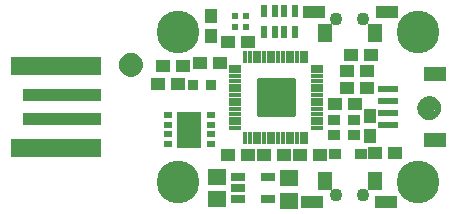
<source format=gbr>
G04 EAGLE Gerber RS-274X export*
G75*
%MOMM*%
%FSLAX34Y34*%
%LPD*%
%INSoldermask Top*%
%IPPOS*%
%AMOC8*
5,1,8,0,0,1.08239X$1,22.5*%
G01*
%ADD10C,1.101600*%
%ADD11C,0.469900*%
%ADD12R,1.601600X1.341600*%
%ADD13R,1.651600X0.601600*%
%ADD14R,1.901600X1.301600*%
%ADD15R,1.301600X0.651600*%
%ADD16R,0.601600X0.601600*%
%ADD17R,0.701600X0.501600*%
%ADD18R,2.101600X3.101600*%
%ADD19R,1.176600X1.101600*%
%ADD20R,0.301600X0.976600*%
%ADD21R,0.976600X0.301600*%
%ADD22C,0.429206*%
%ADD23R,0.901600X0.901600*%
%ADD24R,1.101600X1.176600*%
%ADD25R,1.001600X0.851600*%
%ADD26R,1.001600X0.901600*%
%ADD27R,7.601600X1.601600*%
%ADD28R,6.601600X1.101600*%
%ADD29C,3.617600*%
%ADD30R,0.551600X1.001600*%
%ADD31R,1.201600X1.601600*%
%ADD32R,1.851600X1.101600*%


D10*
X237998Y-1016D03*
D11*
X245498Y-1016D02*
X245496Y-835D01*
X245489Y-654D01*
X245478Y-473D01*
X245463Y-292D01*
X245443Y-112D01*
X245419Y68D01*
X245391Y247D01*
X245358Y425D01*
X245321Y602D01*
X245280Y779D01*
X245235Y954D01*
X245185Y1129D01*
X245131Y1302D01*
X245073Y1473D01*
X245011Y1644D01*
X244944Y1812D01*
X244874Y1979D01*
X244800Y2145D01*
X244721Y2308D01*
X244639Y2469D01*
X244553Y2629D01*
X244463Y2786D01*
X244369Y2941D01*
X244272Y3094D01*
X244170Y3244D01*
X244066Y3392D01*
X243957Y3538D01*
X243846Y3680D01*
X243730Y3820D01*
X243612Y3957D01*
X243490Y4092D01*
X243365Y4223D01*
X243237Y4351D01*
X243106Y4476D01*
X242971Y4598D01*
X242834Y4716D01*
X242694Y4832D01*
X242552Y4943D01*
X242406Y5052D01*
X242258Y5156D01*
X242108Y5258D01*
X241955Y5355D01*
X241800Y5449D01*
X241643Y5539D01*
X241483Y5625D01*
X241322Y5707D01*
X241159Y5786D01*
X240993Y5860D01*
X240826Y5930D01*
X240658Y5997D01*
X240487Y6059D01*
X240316Y6117D01*
X240143Y6171D01*
X239968Y6221D01*
X239793Y6266D01*
X239616Y6307D01*
X239439Y6344D01*
X239261Y6377D01*
X239082Y6405D01*
X238902Y6429D01*
X238722Y6449D01*
X238541Y6464D01*
X238360Y6475D01*
X238179Y6482D01*
X237998Y6484D01*
X245498Y-1016D02*
X245496Y-1197D01*
X245489Y-1378D01*
X245478Y-1559D01*
X245463Y-1740D01*
X245443Y-1920D01*
X245419Y-2100D01*
X245391Y-2279D01*
X245358Y-2457D01*
X245321Y-2634D01*
X245280Y-2811D01*
X245235Y-2986D01*
X245185Y-3161D01*
X245131Y-3334D01*
X245073Y-3505D01*
X245011Y-3676D01*
X244944Y-3844D01*
X244874Y-4011D01*
X244800Y-4177D01*
X244721Y-4340D01*
X244639Y-4501D01*
X244553Y-4661D01*
X244463Y-4818D01*
X244369Y-4973D01*
X244272Y-5126D01*
X244170Y-5276D01*
X244066Y-5424D01*
X243957Y-5570D01*
X243846Y-5712D01*
X243730Y-5852D01*
X243612Y-5989D01*
X243490Y-6124D01*
X243365Y-6255D01*
X243237Y-6383D01*
X243106Y-6508D01*
X242971Y-6630D01*
X242834Y-6748D01*
X242694Y-6864D01*
X242552Y-6975D01*
X242406Y-7084D01*
X242258Y-7188D01*
X242108Y-7290D01*
X241955Y-7387D01*
X241800Y-7481D01*
X241643Y-7571D01*
X241483Y-7657D01*
X241322Y-7739D01*
X241159Y-7818D01*
X240993Y-7892D01*
X240826Y-7962D01*
X240658Y-8029D01*
X240487Y-8091D01*
X240316Y-8149D01*
X240143Y-8203D01*
X239968Y-8253D01*
X239793Y-8298D01*
X239616Y-8339D01*
X239439Y-8376D01*
X239261Y-8409D01*
X239082Y-8437D01*
X238902Y-8461D01*
X238722Y-8481D01*
X238541Y-8496D01*
X238360Y-8507D01*
X238179Y-8514D01*
X237998Y-8516D01*
X237817Y-8514D01*
X237636Y-8507D01*
X237455Y-8496D01*
X237274Y-8481D01*
X237094Y-8461D01*
X236914Y-8437D01*
X236735Y-8409D01*
X236557Y-8376D01*
X236380Y-8339D01*
X236203Y-8298D01*
X236028Y-8253D01*
X235853Y-8203D01*
X235680Y-8149D01*
X235509Y-8091D01*
X235338Y-8029D01*
X235170Y-7962D01*
X235003Y-7892D01*
X234837Y-7818D01*
X234674Y-7739D01*
X234513Y-7657D01*
X234353Y-7571D01*
X234196Y-7481D01*
X234041Y-7387D01*
X233888Y-7290D01*
X233738Y-7188D01*
X233590Y-7084D01*
X233444Y-6975D01*
X233302Y-6864D01*
X233162Y-6748D01*
X233025Y-6630D01*
X232890Y-6508D01*
X232759Y-6383D01*
X232631Y-6255D01*
X232506Y-6124D01*
X232384Y-5989D01*
X232266Y-5852D01*
X232150Y-5712D01*
X232039Y-5570D01*
X231930Y-5424D01*
X231826Y-5276D01*
X231724Y-5126D01*
X231627Y-4973D01*
X231533Y-4818D01*
X231443Y-4661D01*
X231357Y-4501D01*
X231275Y-4340D01*
X231196Y-4177D01*
X231122Y-4011D01*
X231052Y-3844D01*
X230985Y-3676D01*
X230923Y-3505D01*
X230865Y-3334D01*
X230811Y-3161D01*
X230761Y-2986D01*
X230716Y-2811D01*
X230675Y-2634D01*
X230638Y-2457D01*
X230605Y-2279D01*
X230577Y-2100D01*
X230553Y-1920D01*
X230533Y-1740D01*
X230518Y-1559D01*
X230507Y-1378D01*
X230500Y-1197D01*
X230498Y-1016D01*
X230500Y-835D01*
X230507Y-654D01*
X230518Y-473D01*
X230533Y-292D01*
X230553Y-112D01*
X230577Y68D01*
X230605Y247D01*
X230638Y425D01*
X230675Y602D01*
X230716Y779D01*
X230761Y954D01*
X230811Y1129D01*
X230865Y1302D01*
X230923Y1473D01*
X230985Y1644D01*
X231052Y1812D01*
X231122Y1979D01*
X231196Y2145D01*
X231275Y2308D01*
X231357Y2469D01*
X231443Y2629D01*
X231533Y2786D01*
X231627Y2941D01*
X231724Y3094D01*
X231826Y3244D01*
X231930Y3392D01*
X232039Y3538D01*
X232150Y3680D01*
X232266Y3820D01*
X232384Y3957D01*
X232506Y4092D01*
X232631Y4223D01*
X232759Y4351D01*
X232890Y4476D01*
X233025Y4598D01*
X233162Y4716D01*
X233302Y4832D01*
X233444Y4943D01*
X233590Y5052D01*
X233738Y5156D01*
X233888Y5258D01*
X234041Y5355D01*
X234196Y5449D01*
X234353Y5539D01*
X234513Y5625D01*
X234674Y5707D01*
X234837Y5786D01*
X235003Y5860D01*
X235170Y5930D01*
X235338Y5997D01*
X235509Y6059D01*
X235680Y6117D01*
X235853Y6171D01*
X236028Y6221D01*
X236203Y6266D01*
X236380Y6307D01*
X236557Y6344D01*
X236735Y6377D01*
X236914Y6405D01*
X237094Y6429D01*
X237274Y6449D01*
X237455Y6464D01*
X237636Y6475D01*
X237817Y6482D01*
X237998Y6484D01*
D12*
X119380Y-60350D03*
X119380Y-79350D03*
X58420Y-59080D03*
X58420Y-78080D03*
D13*
X203460Y-5000D03*
X203460Y5000D03*
X203460Y-15000D03*
X203460Y15000D03*
D14*
X242460Y-28000D03*
X242460Y28000D03*
D15*
X75899Y-59080D03*
X75899Y-68580D03*
X75899Y-78080D03*
X101901Y-78080D03*
X101901Y-59080D03*
D16*
X82605Y77390D03*
X73605Y77390D03*
X73605Y67390D03*
X82605Y67390D03*
D10*
X-14605Y35687D03*
D11*
X-22105Y35687D02*
X-22103Y35506D01*
X-22096Y35325D01*
X-22085Y35144D01*
X-22070Y34963D01*
X-22050Y34783D01*
X-22026Y34603D01*
X-21998Y34424D01*
X-21965Y34246D01*
X-21928Y34069D01*
X-21887Y33892D01*
X-21842Y33717D01*
X-21792Y33542D01*
X-21738Y33369D01*
X-21680Y33198D01*
X-21618Y33027D01*
X-21551Y32859D01*
X-21481Y32692D01*
X-21407Y32526D01*
X-21328Y32363D01*
X-21246Y32202D01*
X-21160Y32042D01*
X-21070Y31885D01*
X-20976Y31730D01*
X-20879Y31577D01*
X-20777Y31427D01*
X-20673Y31279D01*
X-20564Y31133D01*
X-20453Y30991D01*
X-20337Y30851D01*
X-20219Y30714D01*
X-20097Y30579D01*
X-19972Y30448D01*
X-19844Y30320D01*
X-19713Y30195D01*
X-19578Y30073D01*
X-19441Y29955D01*
X-19301Y29839D01*
X-19159Y29728D01*
X-19013Y29619D01*
X-18865Y29515D01*
X-18715Y29413D01*
X-18562Y29316D01*
X-18407Y29222D01*
X-18250Y29132D01*
X-18090Y29046D01*
X-17929Y28964D01*
X-17766Y28885D01*
X-17600Y28811D01*
X-17433Y28741D01*
X-17265Y28674D01*
X-17094Y28612D01*
X-16923Y28554D01*
X-16750Y28500D01*
X-16575Y28450D01*
X-16400Y28405D01*
X-16223Y28364D01*
X-16046Y28327D01*
X-15868Y28294D01*
X-15689Y28266D01*
X-15509Y28242D01*
X-15329Y28222D01*
X-15148Y28207D01*
X-14967Y28196D01*
X-14786Y28189D01*
X-14605Y28187D01*
X-22105Y35687D02*
X-22103Y35868D01*
X-22096Y36049D01*
X-22085Y36230D01*
X-22070Y36411D01*
X-22050Y36591D01*
X-22026Y36771D01*
X-21998Y36950D01*
X-21965Y37128D01*
X-21928Y37305D01*
X-21887Y37482D01*
X-21842Y37657D01*
X-21792Y37832D01*
X-21738Y38005D01*
X-21680Y38176D01*
X-21618Y38347D01*
X-21551Y38515D01*
X-21481Y38682D01*
X-21407Y38848D01*
X-21328Y39011D01*
X-21246Y39172D01*
X-21160Y39332D01*
X-21070Y39489D01*
X-20976Y39644D01*
X-20879Y39797D01*
X-20777Y39947D01*
X-20673Y40095D01*
X-20564Y40241D01*
X-20453Y40383D01*
X-20337Y40523D01*
X-20219Y40660D01*
X-20097Y40795D01*
X-19972Y40926D01*
X-19844Y41054D01*
X-19713Y41179D01*
X-19578Y41301D01*
X-19441Y41419D01*
X-19301Y41535D01*
X-19159Y41646D01*
X-19013Y41755D01*
X-18865Y41859D01*
X-18715Y41961D01*
X-18562Y42058D01*
X-18407Y42152D01*
X-18250Y42242D01*
X-18090Y42328D01*
X-17929Y42410D01*
X-17766Y42489D01*
X-17600Y42563D01*
X-17433Y42633D01*
X-17265Y42700D01*
X-17094Y42762D01*
X-16923Y42820D01*
X-16750Y42874D01*
X-16575Y42924D01*
X-16400Y42969D01*
X-16223Y43010D01*
X-16046Y43047D01*
X-15868Y43080D01*
X-15689Y43108D01*
X-15509Y43132D01*
X-15329Y43152D01*
X-15148Y43167D01*
X-14967Y43178D01*
X-14786Y43185D01*
X-14605Y43187D01*
X-14424Y43185D01*
X-14243Y43178D01*
X-14062Y43167D01*
X-13881Y43152D01*
X-13701Y43132D01*
X-13521Y43108D01*
X-13342Y43080D01*
X-13164Y43047D01*
X-12987Y43010D01*
X-12810Y42969D01*
X-12635Y42924D01*
X-12460Y42874D01*
X-12287Y42820D01*
X-12116Y42762D01*
X-11945Y42700D01*
X-11777Y42633D01*
X-11610Y42563D01*
X-11444Y42489D01*
X-11281Y42410D01*
X-11120Y42328D01*
X-10960Y42242D01*
X-10803Y42152D01*
X-10648Y42058D01*
X-10495Y41961D01*
X-10345Y41859D01*
X-10197Y41755D01*
X-10051Y41646D01*
X-9909Y41535D01*
X-9769Y41419D01*
X-9632Y41301D01*
X-9497Y41179D01*
X-9366Y41054D01*
X-9238Y40926D01*
X-9113Y40795D01*
X-8991Y40660D01*
X-8873Y40523D01*
X-8757Y40383D01*
X-8646Y40241D01*
X-8537Y40095D01*
X-8433Y39947D01*
X-8331Y39797D01*
X-8234Y39644D01*
X-8140Y39489D01*
X-8050Y39332D01*
X-7964Y39172D01*
X-7882Y39011D01*
X-7803Y38848D01*
X-7729Y38682D01*
X-7659Y38515D01*
X-7592Y38347D01*
X-7530Y38176D01*
X-7472Y38005D01*
X-7418Y37832D01*
X-7368Y37657D01*
X-7323Y37482D01*
X-7282Y37305D01*
X-7245Y37128D01*
X-7212Y36950D01*
X-7184Y36771D01*
X-7160Y36591D01*
X-7140Y36411D01*
X-7125Y36230D01*
X-7114Y36049D01*
X-7107Y35868D01*
X-7105Y35687D01*
X-7107Y35506D01*
X-7114Y35325D01*
X-7125Y35144D01*
X-7140Y34963D01*
X-7160Y34783D01*
X-7184Y34603D01*
X-7212Y34424D01*
X-7245Y34246D01*
X-7282Y34069D01*
X-7323Y33892D01*
X-7368Y33717D01*
X-7418Y33542D01*
X-7472Y33369D01*
X-7530Y33198D01*
X-7592Y33027D01*
X-7659Y32859D01*
X-7729Y32692D01*
X-7803Y32526D01*
X-7882Y32363D01*
X-7964Y32202D01*
X-8050Y32042D01*
X-8140Y31885D01*
X-8234Y31730D01*
X-8331Y31577D01*
X-8433Y31427D01*
X-8537Y31279D01*
X-8646Y31133D01*
X-8757Y30991D01*
X-8873Y30851D01*
X-8991Y30714D01*
X-9113Y30579D01*
X-9238Y30448D01*
X-9366Y30320D01*
X-9497Y30195D01*
X-9632Y30073D01*
X-9769Y29955D01*
X-9909Y29839D01*
X-10051Y29728D01*
X-10197Y29619D01*
X-10345Y29515D01*
X-10495Y29413D01*
X-10648Y29316D01*
X-10803Y29222D01*
X-10960Y29132D01*
X-11120Y29046D01*
X-11281Y28964D01*
X-11444Y28885D01*
X-11610Y28811D01*
X-11777Y28741D01*
X-11945Y28674D01*
X-12116Y28612D01*
X-12287Y28554D01*
X-12460Y28500D01*
X-12635Y28450D01*
X-12810Y28405D01*
X-12987Y28364D01*
X-13164Y28327D01*
X-13342Y28294D01*
X-13521Y28266D01*
X-13701Y28242D01*
X-13881Y28222D01*
X-14062Y28207D01*
X-14243Y28196D01*
X-14424Y28189D01*
X-14605Y28187D01*
D17*
X53425Y-31050D03*
X53425Y-23050D03*
X53425Y-15050D03*
X53425Y-7050D03*
X16425Y-7050D03*
X16425Y-15050D03*
X16425Y-23050D03*
X16425Y-31050D03*
D18*
X34925Y-19050D03*
D19*
X67700Y-40640D03*
X84700Y-40640D03*
D20*
X82077Y-26372D03*
X86077Y-26372D03*
X90077Y-26372D03*
X94077Y-26372D03*
X98077Y-26372D03*
X102077Y-26372D03*
X106077Y-26372D03*
X110077Y-26372D03*
X114077Y-26372D03*
X118077Y-26372D03*
X122077Y-26372D03*
X126077Y-26372D03*
X130077Y-26372D03*
X134077Y-26372D03*
D21*
X142577Y-17872D03*
X142577Y-13872D03*
X142577Y-9872D03*
X142577Y-5872D03*
X142577Y-1872D03*
X142577Y2128D03*
X142577Y6128D03*
X142577Y10128D03*
X142577Y14128D03*
X142577Y18128D03*
X142577Y22128D03*
X142577Y26128D03*
X142577Y30128D03*
X142577Y34128D03*
D20*
X134077Y42628D03*
X130077Y42628D03*
X126077Y42628D03*
X122077Y42628D03*
X118077Y42628D03*
X114077Y42628D03*
X110077Y42628D03*
X106077Y42628D03*
X102077Y42628D03*
X98077Y42628D03*
X94077Y42628D03*
X90077Y42628D03*
X86077Y42628D03*
X82077Y42628D03*
D21*
X73577Y34128D03*
X73577Y30128D03*
X73577Y26128D03*
X73577Y22128D03*
X73577Y18128D03*
X73577Y14128D03*
X73577Y10128D03*
X73577Y6128D03*
X73577Y2128D03*
X73577Y-1872D03*
X73577Y-5872D03*
X73577Y-9872D03*
X73577Y-13872D03*
X73577Y-17872D03*
D22*
X122439Y-6234D02*
X122439Y22490D01*
X122439Y-6234D02*
X93715Y-6234D01*
X93715Y22490D01*
X122439Y22490D01*
X122439Y-2157D02*
X93715Y-2157D01*
X93715Y1920D02*
X122439Y1920D01*
X122439Y5997D02*
X93715Y5997D01*
X93715Y10074D02*
X122439Y10074D01*
X122439Y14151D02*
X93715Y14151D01*
X93715Y18228D02*
X122439Y18228D01*
X122439Y22305D02*
X93715Y22305D01*
D23*
X38100Y18415D03*
X53340Y18415D03*
D19*
X43570Y37465D03*
X60570Y37465D03*
X171840Y43815D03*
X188840Y43815D03*
X84954Y55245D03*
X67954Y55245D03*
X115180Y-40640D03*
X98180Y-40640D03*
D24*
X53340Y77080D03*
X53340Y60080D03*
D19*
X168665Y30480D03*
X185665Y30480D03*
X12455Y34925D03*
X29455Y34925D03*
X8010Y19685D03*
X25010Y19685D03*
X128660Y-40640D03*
X145660Y-40640D03*
D25*
X173985Y-10895D03*
X157485Y-10895D03*
X157485Y-23395D03*
X173985Y-23395D03*
D19*
X209160Y-38735D03*
X192160Y-38735D03*
D24*
X187960Y-24375D03*
X187960Y-7375D03*
D19*
X175505Y2540D03*
X158505Y2540D03*
D26*
X179864Y-39878D03*
X158464Y-39878D03*
D19*
X168665Y16510D03*
X185665Y16510D03*
D27*
X-78200Y-35000D03*
D28*
X-73200Y-10000D03*
X-73200Y10000D03*
D27*
X-78200Y35000D03*
D29*
X25400Y63500D03*
X25400Y-63500D03*
X228600Y-63500D03*
X228600Y63500D03*
D30*
X98125Y80890D03*
X98125Y63890D03*
X107125Y80890D03*
X115125Y80890D03*
X124125Y80890D03*
X124125Y63890D03*
X107125Y63890D03*
X115125Y63890D03*
D31*
X149815Y-62755D03*
X191815Y-62755D03*
D32*
X139065Y-80755D03*
X201565Y-80755D03*
D10*
X159315Y-74755D03*
X182315Y-74755D03*
D31*
X191815Y62755D03*
X149815Y62755D03*
D32*
X202565Y80755D03*
X140065Y80755D03*
D10*
X182315Y74755D03*
X159315Y74755D03*
M02*

</source>
